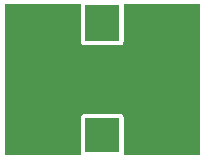
<source format=gbl>
G04*
G04 #@! TF.GenerationSoftware,Altium Limited,Altium Designer,20.0.2 (26)*
G04*
G04 Layer_Physical_Order=2*
G04 Layer_Color=16711680*
%FSLAX25Y25*%
%MOIN*%
G70*
G01*
G75*
%ADD38C,0.02362*%
%ADD39R,0.11811X0.11811*%
%ADD40R,0.11811X0.07874*%
%ADD41R,0.11811X0.05000*%
%ADD42R,0.11811X0.04000*%
G36*
X447000Y256500D02*
X421587D01*
Y264943D01*
X421598Y265000D01*
Y269000D01*
X421506Y269461D01*
X421245Y269851D01*
X420855Y270113D01*
X420394Y270204D01*
X408583D01*
X408122Y270113D01*
X407731Y269851D01*
X407470Y269461D01*
X407378Y269000D01*
Y265000D01*
X407413Y264824D01*
Y256500D01*
X382000D01*
Y307000D01*
X407413D01*
Y299557D01*
X407402Y299500D01*
Y294500D01*
X407494Y294039D01*
X407755Y293649D01*
X408146Y293387D01*
X408606Y293296D01*
X420417D01*
X420878Y293387D01*
X421269Y293649D01*
X421530Y294039D01*
X421622Y294500D01*
Y299500D01*
X421587Y299676D01*
Y307000D01*
X447000D01*
Y256500D01*
D02*
G37*
D38*
X437992Y295276D02*
D03*
Y275591D02*
D03*
X433071Y265748D02*
D03*
X398622Y295276D02*
D03*
X393701Y265748D02*
D03*
X388779Y295276D02*
D03*
X383858Y285433D02*
D03*
Y265748D02*
D03*
X414500Y261500D02*
D03*
Y267000D02*
D03*
Y296500D02*
D03*
Y302000D02*
D03*
Y282842D02*
D03*
Y278000D02*
D03*
X398500Y264500D02*
D03*
X434500Y284500D02*
D03*
X425500Y302500D02*
D03*
X403000D02*
D03*
D39*
X414500Y281000D02*
D03*
D40*
Y302500D02*
D03*
Y261500D02*
D03*
D41*
X414512Y297000D02*
D03*
D42*
X414488Y267000D02*
D03*
M02*

</source>
